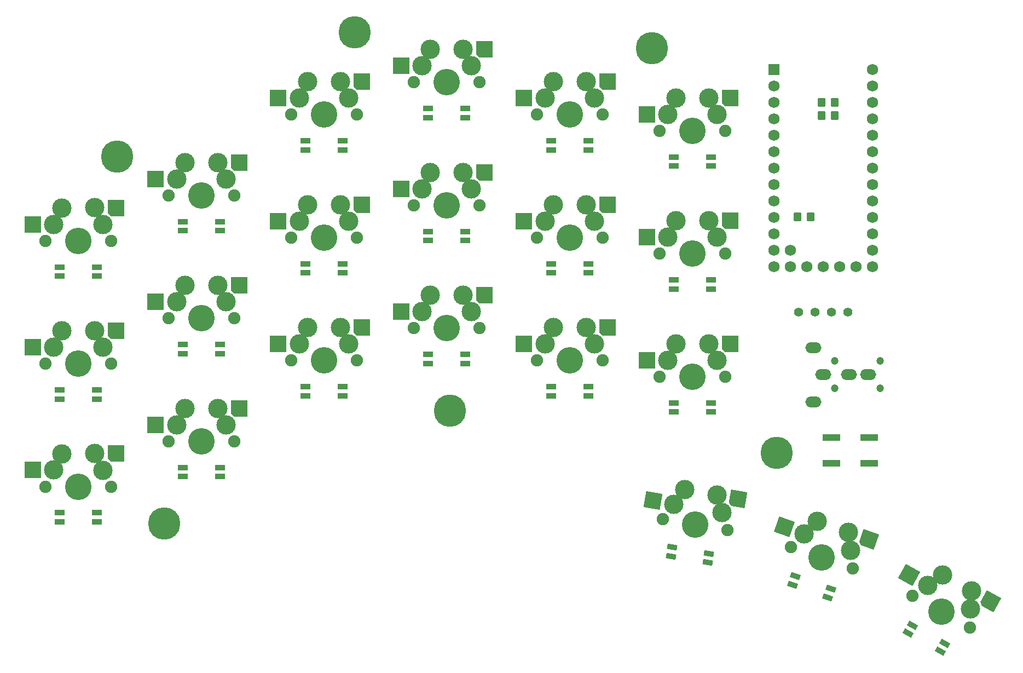
<source format=gbs>
G04 #@! TF.GenerationSoftware,KiCad,Pcbnew,8.0.1*
G04 #@! TF.CreationDate,2024-06-04T22:11:00+02:00*
G04 #@! TF.ProjectId,cornia,636f726e-6961-42e6-9b69-6361645f7063,rev?*
G04 #@! TF.SameCoordinates,Original*
G04 #@! TF.FileFunction,Soldermask,Bot*
G04 #@! TF.FilePolarity,Negative*
%FSLAX46Y46*%
G04 Gerber Fmt 4.6, Leading zero omitted, Abs format (unit mm)*
G04 Created by KiCad (PCBNEW 8.0.1) date 2024-06-04 22:11:00*
%MOMM*%
%LPD*%
G01*
G04 APERTURE LIST*
G04 Aperture macros list*
%AMRoundRect*
0 Rectangle with rounded corners*
0 $1 Rounding radius*
0 $2 $3 $4 $5 $6 $7 $8 $9 X,Y pos of 4 corners*
0 Add a 4 corners polygon primitive as box body*
4,1,4,$2,$3,$4,$5,$6,$7,$8,$9,$2,$3,0*
0 Add four circle primitives for the rounded corners*
1,1,$1+$1,$2,$3*
1,1,$1+$1,$4,$5*
1,1,$1+$1,$6,$7*
1,1,$1+$1,$8,$9*
0 Add four rect primitives between the rounded corners*
20,1,$1+$1,$2,$3,$4,$5,0*
20,1,$1+$1,$4,$5,$6,$7,0*
20,1,$1+$1,$6,$7,$8,$9,0*
20,1,$1+$1,$8,$9,$2,$3,0*%
%AMRotRect*
0 Rectangle, with rotation*
0 The origin of the aperture is its center*
0 $1 length*
0 $2 width*
0 $3 Rotation angle, in degrees counterclockwise*
0 Add horizontal line*
21,1,$1,$2,0,0,$3*%
%AMOutline5P*
0 Free polygon, 5 corners , with rotation*
0 The origin of the aperture is its center*
0 number of corners: always 5*
0 $1 to $10 corner X, Y*
0 $11 Rotation angle, in degrees counterclockwise*
0 create outline with 5 corners*
4,1,5,$1,$2,$3,$4,$5,$6,$7,$8,$9,$10,$1,$2,$11*%
%AMOutline6P*
0 Free polygon, 6 corners , with rotation*
0 The origin of the aperture is its center*
0 number of corners: always 6*
0 $1 to $12 corner X, Y*
0 $13 Rotation angle, in degrees counterclockwise*
0 create outline with 6 corners*
4,1,6,$1,$2,$3,$4,$5,$6,$7,$8,$9,$10,$11,$12,$1,$2,$13*%
%AMOutline7P*
0 Free polygon, 7 corners , with rotation*
0 The origin of the aperture is its center*
0 number of corners: always 7*
0 $1 to $14 corner X, Y*
0 $15 Rotation angle, in degrees counterclockwise*
0 create outline with 7 corners*
4,1,7,$1,$2,$3,$4,$5,$6,$7,$8,$9,$10,$11,$12,$13,$14,$1,$2,$15*%
%AMOutline8P*
0 Free polygon, 8 corners , with rotation*
0 The origin of the aperture is its center*
0 number of corners: always 8*
0 $1 to $16 corner X, Y*
0 $17 Rotation angle, in degrees counterclockwise*
0 create outline with 8 corners*
4,1,8,$1,$2,$3,$4,$5,$6,$7,$8,$9,$10,$11,$12,$13,$14,$15,$16,$1,$2,$17*%
G04 Aperture macros list end*
%ADD10C,1.900000*%
%ADD11C,3.000000*%
%ADD12C,4.100000*%
%ADD13Outline5P,-1.275000X1.250000X0.825000X1.250000X1.275000X0.800000X1.275000X-1.250000X-1.275000X-1.250000X180.000000*%
%ADD14R,2.550000X2.500000*%
%ADD15R,1.540000X0.825000*%
%ADD16R,1.540000X0.822500*%
%ADD17RotRect,1.540000X0.825000X330.970000*%
%ADD18RotRect,1.540000X0.822500X330.970000*%
%ADD19Outline5P,-1.275000X1.250000X0.825000X1.250000X1.275000X0.800000X1.275000X-1.250000X-1.275000X-1.250000X150.970000*%
%ADD20RotRect,2.550000X2.500000X150.970000*%
%ADD21C,5.000000*%
%ADD22RotRect,1.540000X0.825000X350.170000*%
%ADD23RotRect,1.540000X0.822500X350.170000*%
%ADD24Outline5P,-1.275000X1.250000X0.825000X1.250000X1.275000X0.800000X1.275000X-1.250000X-1.275000X-1.250000X160.570000*%
%ADD25RotRect,2.550000X2.500000X160.570000*%
%ADD26C,1.400000*%
%ADD27C,1.200000*%
%ADD28O,2.500000X1.700000*%
%ADD29RotRect,1.540000X0.825000X340.570000*%
%ADD30RotRect,1.540000X0.822500X340.570000*%
%ADD31Outline5P,-1.275000X1.250000X0.825000X1.250000X1.275000X0.800000X1.275000X-1.250000X-1.275000X-1.250000X170.171000*%
%ADD32RotRect,2.550000X2.500000X170.171000*%
%ADD33R,1.752600X1.752600*%
%ADD34C,1.752600*%
%ADD35RoundRect,0.250000X0.350000X0.450000X-0.350000X0.450000X-0.350000X-0.450000X0.350000X-0.450000X0*%
%ADD36R,2.800000X1.000000*%
G04 APERTURE END LIST*
D10*
X25088600Y-92688750D03*
D11*
X26368600Y-90138750D03*
X27628600Y-87608750D03*
D12*
X30168600Y-92688750D03*
D11*
X32710912Y-87588750D03*
X33978600Y-90148750D03*
D10*
X35248600Y-92688750D03*
D13*
X36020600Y-87598750D03*
D14*
X23093600Y-90138750D03*
D10*
X120088600Y-75688750D03*
D11*
X121368600Y-73138750D03*
X122628600Y-70608750D03*
D12*
X125168600Y-75688750D03*
D11*
X127710912Y-70588750D03*
X128978600Y-73148750D03*
D10*
X130248600Y-75688750D03*
D13*
X131020600Y-70598750D03*
D14*
X118093600Y-73138750D03*
D15*
X27288600Y-77738750D03*
X27288600Y-79138750D03*
D16*
X33048600Y-79140000D03*
D15*
X33048600Y-77738750D03*
D10*
X25088600Y-73688750D03*
D11*
X26368600Y-71138750D03*
X27628600Y-68608750D03*
D12*
X30168600Y-73688750D03*
D11*
X32710912Y-68588750D03*
X33978600Y-71148750D03*
D10*
X35248600Y-73688750D03*
D13*
X36020600Y-68598750D03*
D14*
X23093600Y-71138750D03*
D17*
X159155093Y-114142361D03*
X158475718Y-115366473D03*
D18*
X163511458Y-118162706D03*
D17*
X164191440Y-116937501D03*
D15*
X46288600Y-51738750D03*
X46288600Y-53138750D03*
D16*
X52048600Y-53140000D03*
D15*
X52048600Y-51738750D03*
D10*
X159196822Y-109533591D03*
D11*
X161553442Y-107925101D03*
X163882870Y-106324393D03*
D12*
X163638600Y-111998750D03*
D11*
X168336375Y-108773186D03*
X168202513Y-111626730D03*
D10*
X168080378Y-114463909D03*
D19*
X171225400Y-110388014D03*
D20*
X158689895Y-106335850D03*
D21*
X87668600Y-80938750D03*
D15*
X103288600Y-77238750D03*
X103288600Y-78638750D03*
D16*
X109048600Y-78640000D03*
D15*
X109048600Y-77238750D03*
D21*
X72918600Y-22438750D03*
D15*
X84288600Y-72238750D03*
X84288600Y-73638750D03*
D16*
X90048600Y-73640000D03*
D15*
X90048600Y-72238750D03*
X122288600Y-41738750D03*
X122288600Y-43138750D03*
D16*
X128048600Y-43140000D03*
D15*
X128048600Y-41738750D03*
D21*
X138168600Y-87438750D03*
D22*
X122049444Y-102077602D03*
X121810429Y-103457048D03*
D23*
X127485650Y-104441658D03*
D22*
X127724879Y-103060980D03*
D10*
X82088600Y-30188750D03*
D11*
X83368600Y-27638750D03*
X84628600Y-25108750D03*
D12*
X87168600Y-30188750D03*
D11*
X89710912Y-25088750D03*
X90978600Y-27648750D03*
D10*
X92248600Y-30188750D03*
D13*
X93020600Y-25098750D03*
D14*
X80093600Y-27638750D03*
D15*
X65288600Y-58238750D03*
X65288600Y-59638750D03*
D16*
X71048600Y-59640000D03*
D15*
X71048600Y-58238750D03*
D10*
X140377913Y-101998863D03*
D11*
X142433285Y-100019887D03*
X144463144Y-98053119D03*
D12*
X145168600Y-103688750D03*
D11*
X149262664Y-99724915D03*
X149606559Y-102560822D03*
D10*
X149959287Y-105378637D03*
D24*
X152380534Y-100835329D03*
D25*
X139344801Y-98930442D03*
D10*
X63088600Y-35188750D03*
D11*
X64368600Y-32638750D03*
X65628600Y-30108750D03*
D12*
X68168600Y-35188750D03*
D11*
X70710912Y-30088750D03*
X71978600Y-32648750D03*
D10*
X73248600Y-35188750D03*
D13*
X74020600Y-30098750D03*
D14*
X61093600Y-32638750D03*
D10*
X82088600Y-68188750D03*
D11*
X83368600Y-65638750D03*
X84628600Y-63108750D03*
D12*
X87168600Y-68188750D03*
D11*
X89710912Y-63088750D03*
X90978600Y-65648750D03*
D10*
X92248600Y-68188750D03*
D13*
X93020600Y-63098750D03*
D14*
X80093600Y-65638750D03*
D26*
X141588600Y-65708750D03*
X144128600Y-65708750D03*
X146668600Y-65708750D03*
X149208600Y-65708750D03*
D21*
X36168600Y-41688750D03*
D10*
X44088600Y-85688750D03*
D11*
X45368600Y-83138750D03*
X46628600Y-80608750D03*
D12*
X49168600Y-85688750D03*
D11*
X51710912Y-80588750D03*
X52978600Y-83148750D03*
D10*
X54248600Y-85688750D03*
D13*
X55020600Y-80598750D03*
D14*
X42093600Y-83138750D03*
D27*
X154168600Y-73288750D03*
X147168600Y-73288750D03*
X154168600Y-77488750D03*
X147168600Y-77488750D03*
D28*
X145368600Y-75388750D03*
X149368600Y-75388750D03*
X152368600Y-75388750D03*
X143868600Y-71188750D03*
X143868600Y-79588750D03*
D15*
X84288600Y-53238750D03*
X84288600Y-54638750D03*
D16*
X90048600Y-54640000D03*
D15*
X90048600Y-53238750D03*
D10*
X120088600Y-37688750D03*
D11*
X121368600Y-35138750D03*
X122628600Y-32608750D03*
D12*
X125168600Y-37688750D03*
D11*
X127710912Y-32588750D03*
X128978600Y-35148750D03*
D10*
X130248600Y-37688750D03*
D13*
X131020600Y-32598750D03*
D14*
X118093600Y-35138750D03*
D15*
X122288600Y-79738750D03*
X122288600Y-81138750D03*
D16*
X128048600Y-81140000D03*
D15*
X128048600Y-79738750D03*
D29*
X141105367Y-106550051D03*
X140639651Y-107870319D03*
D30*
X146071195Y-109787590D03*
D29*
X146537327Y-108466143D03*
D15*
X65288600Y-77238750D03*
X65288600Y-78638750D03*
D16*
X71048600Y-78640000D03*
D15*
X71048600Y-77238750D03*
D10*
X63088600Y-54188750D03*
D11*
X64368600Y-51638750D03*
X65628600Y-49108750D03*
D12*
X68168600Y-54188750D03*
D11*
X70710912Y-49088750D03*
X71978600Y-51648750D03*
D10*
X73248600Y-54188750D03*
D13*
X74020600Y-49098750D03*
D14*
X61093600Y-51638750D03*
D10*
X101088600Y-73188750D03*
D11*
X102368600Y-70638750D03*
X103628600Y-68108750D03*
D12*
X106168600Y-73188750D03*
D11*
X108710912Y-68088750D03*
X109978600Y-70648750D03*
D10*
X111248600Y-73188750D03*
D13*
X112020600Y-68098750D03*
D14*
X99093600Y-70638750D03*
D15*
X65288600Y-39238750D03*
X65288600Y-40638750D03*
D16*
X71048600Y-40640000D03*
D15*
X71048600Y-39238750D03*
D10*
X101088600Y-35188750D03*
D11*
X102368600Y-32638750D03*
X103628600Y-30108750D03*
D12*
X106168600Y-35188750D03*
D11*
X108710912Y-30088750D03*
X109978600Y-32648750D03*
D10*
X111248600Y-35188750D03*
D13*
X112020600Y-30098750D03*
D14*
X99093600Y-32638750D03*
D10*
X120573166Y-97711552D03*
D11*
X122269684Y-95417489D03*
X123943081Y-93139717D03*
D12*
X125578600Y-98578750D03*
D11*
X128954207Y-93987603D03*
X129766274Y-96726431D03*
D10*
X130584034Y-99445948D03*
D31*
X132213607Y-94562448D03*
D32*
X119042756Y-94858419D03*
D10*
X120088600Y-56688750D03*
D11*
X121368600Y-54138750D03*
X122628600Y-51608750D03*
D12*
X125168600Y-56688750D03*
D11*
X127710912Y-51588750D03*
X128978600Y-54148750D03*
D10*
X130248600Y-56688750D03*
D13*
X131020600Y-51598750D03*
D14*
X118093600Y-54138750D03*
D10*
X25088600Y-54688750D03*
D11*
X26368600Y-52138750D03*
X27628600Y-49608750D03*
D12*
X30168600Y-54688750D03*
D11*
X32710912Y-49588750D03*
X33978600Y-52148750D03*
D10*
X35248600Y-54688750D03*
D13*
X36020600Y-49598750D03*
D14*
X23093600Y-52138750D03*
D15*
X103288600Y-58238750D03*
X103288600Y-59638750D03*
D16*
X109048600Y-59640000D03*
D15*
X109048600Y-58238750D03*
D21*
X43418600Y-98438750D03*
D10*
X44088600Y-66688750D03*
D11*
X45368600Y-64138750D03*
X46628600Y-61608750D03*
D12*
X49168600Y-66688750D03*
D11*
X51710912Y-61588750D03*
X52978600Y-64148750D03*
D10*
X54248600Y-66688750D03*
D13*
X55020600Y-61598750D03*
D14*
X42093600Y-64138750D03*
D15*
X103288600Y-39238750D03*
X103288600Y-40638750D03*
D16*
X109048600Y-40640000D03*
D15*
X109048600Y-39238750D03*
X122288600Y-60738750D03*
X122288600Y-62138750D03*
D16*
X128048600Y-62140000D03*
D15*
X128048600Y-60738750D03*
D10*
X44088600Y-47688750D03*
D11*
X45368600Y-45138750D03*
X46628600Y-42608750D03*
D12*
X49168600Y-47688750D03*
D11*
X51710912Y-42588750D03*
X52978600Y-45148750D03*
D10*
X54248600Y-47688750D03*
D13*
X55020600Y-42598750D03*
D14*
X42093600Y-45138750D03*
D15*
X27288600Y-96738750D03*
X27288600Y-98138750D03*
D16*
X33048600Y-98140000D03*
D15*
X33048600Y-96738750D03*
X46288600Y-89738750D03*
X46288600Y-91138750D03*
D16*
X52048600Y-91140000D03*
D15*
X52048600Y-89738750D03*
X46288600Y-70738750D03*
X46288600Y-72138750D03*
D16*
X52048600Y-72140000D03*
D15*
X52048600Y-70738750D03*
D21*
X118918600Y-24938750D03*
D10*
X63088600Y-73188750D03*
D11*
X64368600Y-70638750D03*
X65628600Y-68108750D03*
D12*
X68168600Y-73188750D03*
D11*
X70710912Y-68088750D03*
X71978600Y-70648750D03*
D10*
X73248600Y-73188750D03*
D13*
X74020600Y-68098750D03*
D14*
X61093600Y-70638750D03*
D15*
X27288600Y-58738750D03*
X27288600Y-60138750D03*
D16*
X33048600Y-60140000D03*
D15*
X33048600Y-58738750D03*
D33*
X137798600Y-28198650D03*
D34*
X137798600Y-30738750D03*
X137798600Y-33278750D03*
X137798600Y-35818750D03*
X137798600Y-38358750D03*
X137798600Y-40898750D03*
X137798600Y-43438750D03*
X137798600Y-45978750D03*
X137798600Y-48518750D03*
X137798600Y-51058750D03*
X137798600Y-53598750D03*
X137798600Y-56138750D03*
X137798200Y-58678750D03*
X140338600Y-58678750D03*
X142878600Y-58678750D03*
X145418600Y-58678750D03*
X147958600Y-58678750D03*
X150498600Y-58678750D03*
X153038600Y-58678750D03*
X153038600Y-56138750D03*
X153038600Y-53598750D03*
X153038600Y-51058750D03*
X153038600Y-48518750D03*
X153038600Y-45978750D03*
X153038600Y-43438750D03*
X153038600Y-40898750D03*
X153038600Y-38358750D03*
X153038600Y-35818750D03*
X153038600Y-33278750D03*
X153038600Y-30738750D03*
X153038600Y-28198650D03*
X140338600Y-56138750D03*
D10*
X101088600Y-54188750D03*
D11*
X102368600Y-51638750D03*
X103628600Y-49108750D03*
D12*
X106168600Y-54188750D03*
D11*
X108710912Y-49088750D03*
X109978600Y-51648750D03*
D10*
X111248600Y-54188750D03*
D13*
X112020600Y-49098750D03*
D14*
X99093600Y-51638750D03*
D15*
X84288600Y-34238750D03*
X84288600Y-35638750D03*
D16*
X90048600Y-35640000D03*
D15*
X90048600Y-34238750D03*
D10*
X82088600Y-49188750D03*
D11*
X83368600Y-46638750D03*
X84628600Y-44108750D03*
D12*
X87168600Y-49188750D03*
D11*
X89710912Y-44088750D03*
X90978600Y-46648750D03*
D10*
X92248600Y-49188750D03*
D13*
X93020600Y-44098750D03*
D14*
X80093600Y-46638750D03*
D35*
X143400000Y-51000000D03*
X141400000Y-51000000D03*
X147168600Y-35288750D03*
X145168600Y-35288750D03*
X147168600Y-33288750D03*
X145168600Y-33288750D03*
D36*
X146668600Y-89088750D03*
X152468600Y-89088750D03*
X146668600Y-85088750D03*
X152468600Y-85088750D03*
M02*

</source>
